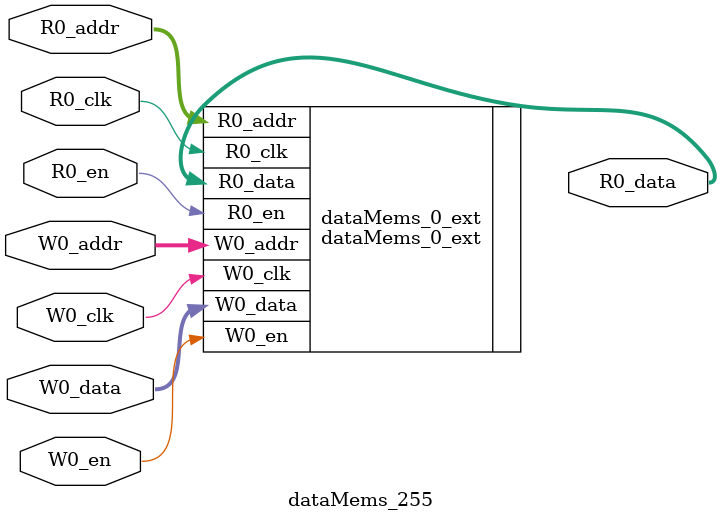
<source format=sv>
`ifndef RANDOMIZE
  `ifdef RANDOMIZE_REG_INIT
    `define RANDOMIZE
  `endif // RANDOMIZE_REG_INIT
`endif // not def RANDOMIZE
`ifndef RANDOMIZE
  `ifdef RANDOMIZE_MEM_INIT
    `define RANDOMIZE
  `endif // RANDOMIZE_MEM_INIT
`endif // not def RANDOMIZE

`ifndef RANDOM
  `define RANDOM $random
`endif // not def RANDOM

// Users can define 'PRINTF_COND' to add an extra gate to prints.
`ifndef PRINTF_COND_
  `ifdef PRINTF_COND
    `define PRINTF_COND_ (`PRINTF_COND)
  `else  // PRINTF_COND
    `define PRINTF_COND_ 1
  `endif // PRINTF_COND
`endif // not def PRINTF_COND_

// Users can define 'ASSERT_VERBOSE_COND' to add an extra gate to assert error printing.
`ifndef ASSERT_VERBOSE_COND_
  `ifdef ASSERT_VERBOSE_COND
    `define ASSERT_VERBOSE_COND_ (`ASSERT_VERBOSE_COND)
  `else  // ASSERT_VERBOSE_COND
    `define ASSERT_VERBOSE_COND_ 1
  `endif // ASSERT_VERBOSE_COND
`endif // not def ASSERT_VERBOSE_COND_

// Users can define 'STOP_COND' to add an extra gate to stop conditions.
`ifndef STOP_COND_
  `ifdef STOP_COND
    `define STOP_COND_ (`STOP_COND)
  `else  // STOP_COND
    `define STOP_COND_ 1
  `endif // STOP_COND
`endif // not def STOP_COND_

// Users can define INIT_RANDOM as general code that gets injected into the
// initializer block for modules with registers.
`ifndef INIT_RANDOM
  `define INIT_RANDOM
`endif // not def INIT_RANDOM

// If using random initialization, you can also define RANDOMIZE_DELAY to
// customize the delay used, otherwise 0.002 is used.
`ifndef RANDOMIZE_DELAY
  `define RANDOMIZE_DELAY 0.002
`endif // not def RANDOMIZE_DELAY

// Define INIT_RANDOM_PROLOG_ for use in our modules below.
`ifndef INIT_RANDOM_PROLOG_
  `ifdef RANDOMIZE
    `ifdef VERILATOR
      `define INIT_RANDOM_PROLOG_ `INIT_RANDOM
    `else  // VERILATOR
      `define INIT_RANDOM_PROLOG_ `INIT_RANDOM #`RANDOMIZE_DELAY begin end
    `endif // VERILATOR
  `else  // RANDOMIZE
    `define INIT_RANDOM_PROLOG_
  `endif // RANDOMIZE
`endif // not def INIT_RANDOM_PROLOG_

// Include register initializers in init blocks unless synthesis is set
`ifndef SYNTHESIS
  `ifndef ENABLE_INITIAL_REG_
    `define ENABLE_INITIAL_REG_
  `endif // not def ENABLE_INITIAL_REG_
`endif // not def SYNTHESIS

// Include rmemory initializers in init blocks unless synthesis is set
`ifndef SYNTHESIS
  `ifndef ENABLE_INITIAL_MEM_
    `define ENABLE_INITIAL_MEM_
  `endif // not def ENABLE_INITIAL_MEM_
`endif // not def SYNTHESIS

module dataMems_255(	// @[generators/ara/src/main/scala/UnsafeAXI4ToTL.scala:365:62]
  input  [4:0]   R0_addr,
  input          R0_en,
  input          R0_clk,
  output [130:0] R0_data,
  input  [4:0]   W0_addr,
  input          W0_en,
  input          W0_clk,
  input  [130:0] W0_data
);

  dataMems_0_ext dataMems_0_ext (	// @[generators/ara/src/main/scala/UnsafeAXI4ToTL.scala:365:62]
    .R0_addr (R0_addr),
    .R0_en   (R0_en),
    .R0_clk  (R0_clk),
    .R0_data (R0_data),
    .W0_addr (W0_addr),
    .W0_en   (W0_en),
    .W0_clk  (W0_clk),
    .W0_data (W0_data)
  );
endmodule


</source>
